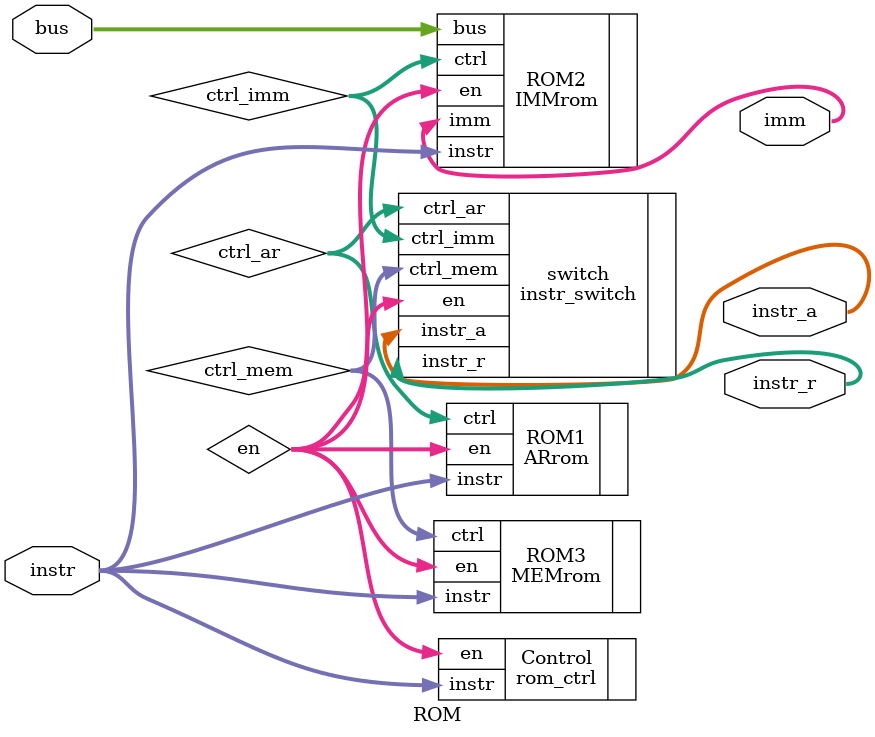
<source format=v>
module ROM (
    input [7:0] instr,  // Instruction
    inout [3:0] bus,    // Data bus
    output [3:0] instr_r,  // Instruction for Register file block
    output [3:0] instr_a,   // Instruction for ALU rom
    output [3:0] imm    // Immediate value
);

//-----------------------------------------------------
// ROM control
//-----------------------------------------------------
wire [1:0] en ;   // Enable signals for different rom
rom_ctrl Control ( .instr(instr), .en(en) );

//-----------------------------------------------------
// AR rom ( ALU and Register rom control )
//-----------------------------------------------------
wire [7:0] ctrl_ar ;   // Control bits produced by AR rom
ARrom ROM1 ( .en(en), .instr(instr), .ctrl(ctrl_ar) );

//-----------------------------------------------------
// Immediate rom ( For loading immiediate value )
//-----------------------------------------------------
wire [7:0] ctrl_imm ;    // Control bits produced by IMM rom
IMMrom ROM2 ( .en(en), .instr(instr), .bus(bus), .ctrl(ctrl_imm), .imm(imm) );

//-----------------------------------------------------
// RAM rom ( For ram operation )
//-----------------------------------------------------
wire [7:0] ctrl_mem ;    // Control bits produced by IMM rom
MEMrom ROM3 ( .en(en), .instr(instr), .ctrl(ctrl_mem) );

//-----------------------------------------------------
// ROM instruction routing for different operations
//-----------------------------------------------------
instr_switch switch ( .en(en), .ctrl_ar(ctrl_ar), .ctrl_imm(ctrl_imm), .ctrl_mem(ctrl_mem), .instr_r(instr_r), .instr_a(instr_a) );


endmodule
</source>
